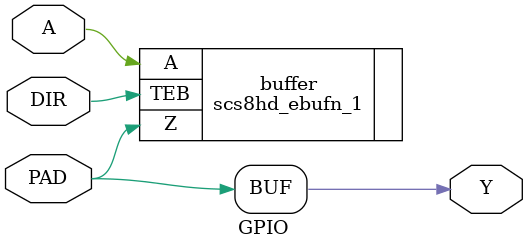
<source format=v>
`timescale 1ns / 1ps

module DFFSRQ(SET,
              RST,
              CK,
              D,
              Q);
//----- GLOBAL PORTS -----
input [0:0] SET;
//----- GLOBAL PORTS -----
input [0:0] RST;
//----- GLOBAL PORTS -----
input [0:0] CK;
//----- INPUT PORTS -----
input [0:0] D;
//----- OUTPUT PORTS -----
output [0:0] Q;
//----- BEGIN wire-connection ports -----
//----- END wire-connection ports -----


//----- BEGIN Registered ports -----
//----- END Registered ports -----

// ----- Internal logic should start here -----

scs8hd_dfbbp_1 dff (
    .Q(Q),
    .QN(),
    .D(D),
    .CLK(CK),
    .SETB(SET),
    .RESETB(RST)
);
// ----- Internal logic should end here -----
endmodule
// ----- END Verilog module for DFFSRQ -----


// ----- Template Verilog module for LATCH -----
// ----- Verilog module for LATCH -----
module LATCH(D,
             WE,
             Q,
             QN);
//----- INPUT PORTS -----
input [0:0] D;
//----- INPUT PORTS -----
input [0:0] WE;
//----- OUTPUT PORTS -----
output [0:0] Q;
//----- OUTPUT PORTS -----
output [0:0] QN;

//----- BEGIN wire-connection ports -----
//----- END wire-connection ports -----


//----- BEGIN Registered ports -----
//----- END Registered ports -----

// ----- Internal logic should start here -----

scs8hd_lpflow_inputisolatch_1  latch (
    .Q(Q[0]),
    .D(D[0]),
    .SLEEPB(WE[0])
);

assign QN[0] = ~Q[0];
// ----- Internal logic should end here -----
endmodule
// ----- END Verilog module for LATCH -----


// ----- Template Verilog module for GPIO -----
// ----- Verilog module for GPIO -----
module GPIO(PAD,
            A,
            DIR,
            Y);
//----- GPIO PORTS -----
inout [0:0] PAD;
//----- INPUT PORTS -----
input [0:0] A;
//----- INPUT PORTS -----
input [0:0] DIR;
//----- OUTPUT PORTS -----
output [0:0] Y;

//----- BEGIN wire-connection ports -----
//----- END wire-connection ports -----


scs8hd_ebufn_1 buffer (
    .Z(PAD),
    .A(A),
    .TEB(DIR)
);

assign Y = PAD;
//----- BEGIN Registered ports -----
//----- END Registered ports -----

// ----- Internal logic should start here -----


// ----- Internal logic should end here -----
endmodule
// ----- END Verilog module for GPIO -----



</source>
